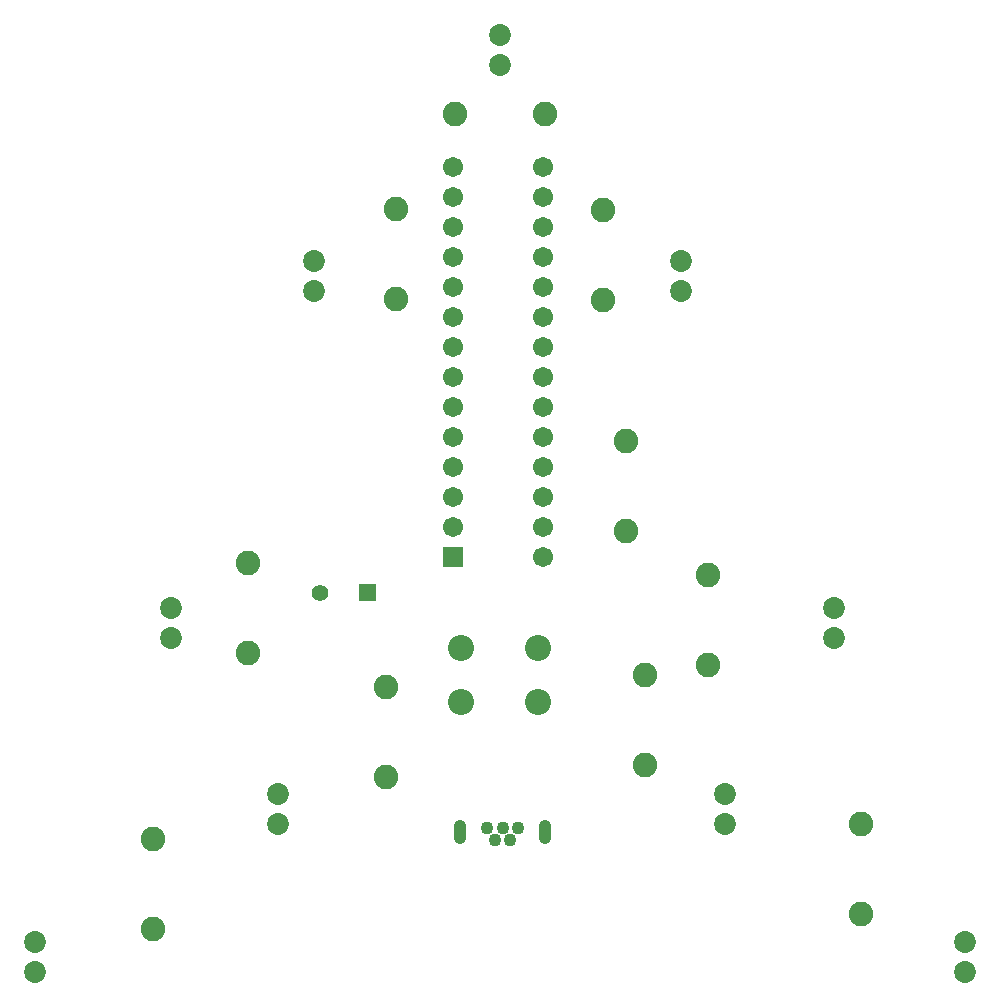
<source format=gts>
G04 Layer: TopSolderMaskLayer*
G04 EasyEDA v6.2.35, 2019-08-21T20:42:41--4:00*
G04 b93f31dc4dfb4fa4b1faa3162af4ed07,6e2bf04d41c14c7a8c50f1ceb3267db7,10*
G04 Gerber Generator version 0.2*
G04 Scale: 100 percent, Rotated: No, Reflected: No *
G04 Dimensions in millimeters *
G04 leading zeros omitted , absolute positions ,3 integer and 3 decimal *
%FSLAX33Y33*%
%MOMM*%
G90*
G71D02*

%ADD25C,1.003198*%
%ADD26C,2.203196*%
%ADD27C,1.854200*%
%ADD29C,1.403198*%
%ADD30C,2.082800*%
%ADD31C,1.103198*%
%ADD32C,1.703197*%

%LPD*%
G54D25*
G01X51269Y18716D02*
G01X51269Y19716D01*
G01X44112Y18716D02*
G01X44112Y19716D01*
G54D26*
G01X50686Y30227D03*
G01X44187Y30227D03*
G01X44187Y34727D03*
G01X50686Y34727D03*
G54D27*
G01X62803Y67529D03*
G01X62803Y64989D03*
G01X19623Y38192D03*
G01X19623Y35652D03*
G01X75757Y38192D03*
G01X75757Y35652D03*
G01X31688Y67529D03*
G01X31688Y64989D03*
G01X8066Y9871D03*
G01X8066Y7331D03*
G01X28640Y22444D03*
G01X28640Y19904D03*
G01X66486Y22444D03*
G01X66486Y19904D03*
G01X86806Y9871D03*
G01X86806Y7331D03*
G01X47436Y86706D03*
G01X47436Y84166D03*
G36*
G01X35526Y38761D02*
G01X35526Y40163D01*
G01X36929Y40163D01*
G01X36929Y38761D01*
G01X35526Y38761D01*
G37*
G54D29*
G01X32228Y39462D03*
G54D30*
G01X58104Y44669D03*
G01X58104Y52289D03*
G01X18099Y11014D03*
G01X18099Y18634D03*
G01X56199Y64227D03*
G01X56199Y71847D03*
G01X51246Y79975D03*
G01X43626Y79975D03*
G01X26100Y34382D03*
G01X26100Y42002D03*
G01X65089Y33366D03*
G01X65089Y40986D03*
G01X37784Y23841D03*
G01X37784Y31461D03*
G01X38673Y64354D03*
G01X38673Y71974D03*
G01X59755Y24857D03*
G01X59755Y32477D03*
G01X78043Y12284D03*
G01X78043Y19904D03*
G54D31*
G01X48991Y19516D03*
G01X48341Y18515D03*
G01X47690Y19516D03*
G01X47040Y18515D03*
G01X46390Y19516D03*
G54D32*
G01X51119Y75530D03*
G01X51119Y72990D03*
G01X51119Y70450D03*
G01X51119Y67910D03*
G01X51119Y65370D03*
G01X51119Y62830D03*
G01X51119Y60290D03*
G01X51119Y57750D03*
G01X51119Y55210D03*
G01X51119Y52670D03*
G01X51119Y50130D03*
G01X51119Y47590D03*
G01X51119Y45050D03*
G01X51119Y42510D03*
G01X43499Y75530D03*
G01X43499Y72990D03*
G01X43499Y70450D03*
G01X43499Y67910D03*
G01X43499Y65370D03*
G01X43499Y62830D03*
G01X43499Y60290D03*
G01X43499Y57750D03*
G01X43499Y55210D03*
G01X43499Y52670D03*
G01X43499Y50130D03*
G01X43499Y47590D03*
G01X43499Y45050D03*
G36*
G01X42649Y41659D02*
G01X42649Y43361D01*
G01X44350Y43361D01*
G01X44350Y41659D01*
G01X42649Y41659D01*
G37*
M00*
M02*

</source>
